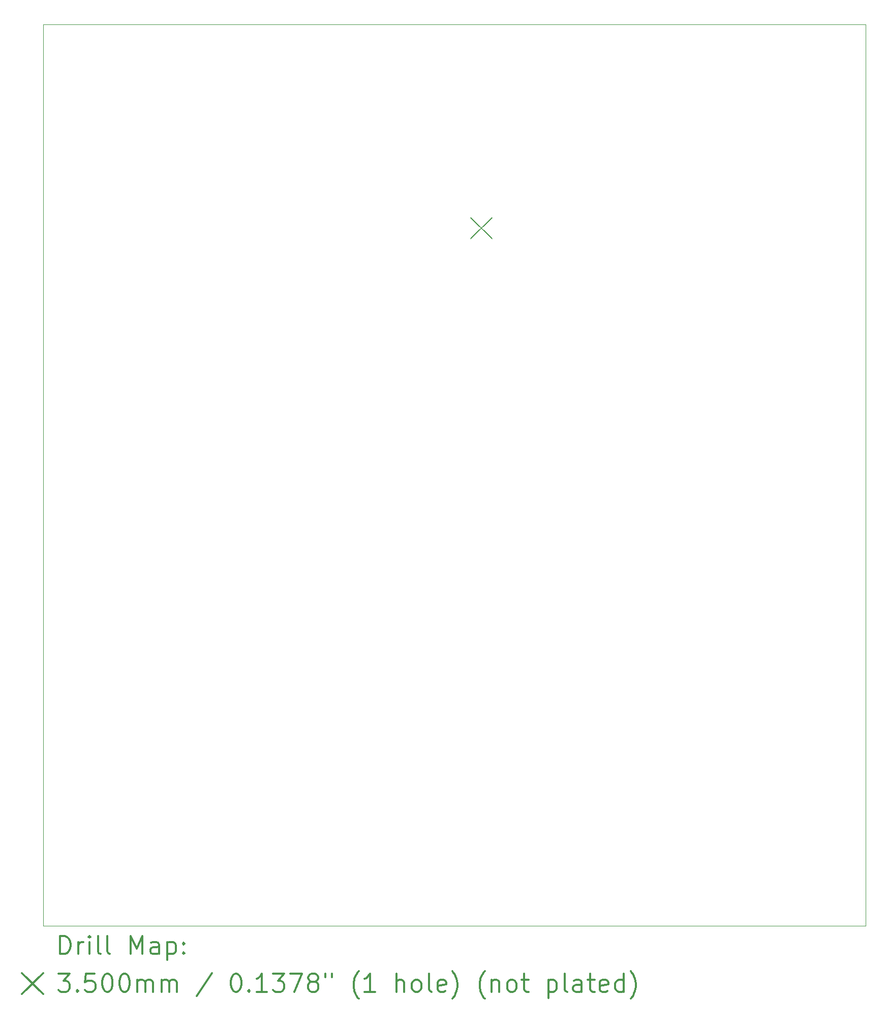
<source format=gbr>
%FSLAX45Y45*%
G04 Gerber Fmt 4.5, Leading zero omitted, Abs format (unit mm)*
G04 Created by KiCad (PCBNEW (5.1.10)-1) date 2022-01-22 23:21:01*
%MOMM*%
%LPD*%
G01*
G04 APERTURE LIST*
%TA.AperFunction,Profile*%
%ADD10C,0.050000*%
%TD*%
%ADD11C,0.200000*%
%ADD12C,0.300000*%
G04 APERTURE END LIST*
D10*
X16459200Y-3008600D02*
X16459200Y-18008600D01*
X2759200Y-3008600D02*
X16459200Y-3008600D01*
X2759200Y-18008600D02*
X2759200Y-3008600D01*
X16459200Y-18008600D02*
X2759200Y-18008600D01*
D11*
X9883400Y-6220600D02*
X10233400Y-6570600D01*
X10233400Y-6220600D02*
X9883400Y-6570600D01*
D12*
X3043128Y-18476814D02*
X3043128Y-18176814D01*
X3114557Y-18176814D01*
X3157414Y-18191100D01*
X3185986Y-18219672D01*
X3200271Y-18248243D01*
X3214557Y-18305386D01*
X3214557Y-18348243D01*
X3200271Y-18405386D01*
X3185986Y-18433957D01*
X3157414Y-18462529D01*
X3114557Y-18476814D01*
X3043128Y-18476814D01*
X3343128Y-18476814D02*
X3343128Y-18276814D01*
X3343128Y-18333957D02*
X3357414Y-18305386D01*
X3371700Y-18291100D01*
X3400271Y-18276814D01*
X3428843Y-18276814D01*
X3528843Y-18476814D02*
X3528843Y-18276814D01*
X3528843Y-18176814D02*
X3514557Y-18191100D01*
X3528843Y-18205386D01*
X3543128Y-18191100D01*
X3528843Y-18176814D01*
X3528843Y-18205386D01*
X3714557Y-18476814D02*
X3685986Y-18462529D01*
X3671700Y-18433957D01*
X3671700Y-18176814D01*
X3871700Y-18476814D02*
X3843128Y-18462529D01*
X3828843Y-18433957D01*
X3828843Y-18176814D01*
X4214557Y-18476814D02*
X4214557Y-18176814D01*
X4314557Y-18391100D01*
X4414557Y-18176814D01*
X4414557Y-18476814D01*
X4685986Y-18476814D02*
X4685986Y-18319672D01*
X4671700Y-18291100D01*
X4643128Y-18276814D01*
X4585986Y-18276814D01*
X4557414Y-18291100D01*
X4685986Y-18462529D02*
X4657414Y-18476814D01*
X4585986Y-18476814D01*
X4557414Y-18462529D01*
X4543128Y-18433957D01*
X4543128Y-18405386D01*
X4557414Y-18376814D01*
X4585986Y-18362529D01*
X4657414Y-18362529D01*
X4685986Y-18348243D01*
X4828843Y-18276814D02*
X4828843Y-18576814D01*
X4828843Y-18291100D02*
X4857414Y-18276814D01*
X4914557Y-18276814D01*
X4943128Y-18291100D01*
X4957414Y-18305386D01*
X4971700Y-18333957D01*
X4971700Y-18419672D01*
X4957414Y-18448243D01*
X4943128Y-18462529D01*
X4914557Y-18476814D01*
X4857414Y-18476814D01*
X4828843Y-18462529D01*
X5100271Y-18448243D02*
X5114557Y-18462529D01*
X5100271Y-18476814D01*
X5085986Y-18462529D01*
X5100271Y-18448243D01*
X5100271Y-18476814D01*
X5100271Y-18291100D02*
X5114557Y-18305386D01*
X5100271Y-18319672D01*
X5085986Y-18305386D01*
X5100271Y-18291100D01*
X5100271Y-18319672D01*
X2406700Y-18796100D02*
X2756700Y-19146100D01*
X2756700Y-18796100D02*
X2406700Y-19146100D01*
X3014557Y-18806814D02*
X3200271Y-18806814D01*
X3100271Y-18921100D01*
X3143128Y-18921100D01*
X3171700Y-18935386D01*
X3185986Y-18949672D01*
X3200271Y-18978243D01*
X3200271Y-19049672D01*
X3185986Y-19078243D01*
X3171700Y-19092529D01*
X3143128Y-19106814D01*
X3057414Y-19106814D01*
X3028843Y-19092529D01*
X3014557Y-19078243D01*
X3328843Y-19078243D02*
X3343128Y-19092529D01*
X3328843Y-19106814D01*
X3314557Y-19092529D01*
X3328843Y-19078243D01*
X3328843Y-19106814D01*
X3614557Y-18806814D02*
X3471700Y-18806814D01*
X3457414Y-18949672D01*
X3471700Y-18935386D01*
X3500271Y-18921100D01*
X3571700Y-18921100D01*
X3600271Y-18935386D01*
X3614557Y-18949672D01*
X3628843Y-18978243D01*
X3628843Y-19049672D01*
X3614557Y-19078243D01*
X3600271Y-19092529D01*
X3571700Y-19106814D01*
X3500271Y-19106814D01*
X3471700Y-19092529D01*
X3457414Y-19078243D01*
X3814557Y-18806814D02*
X3843128Y-18806814D01*
X3871700Y-18821100D01*
X3885986Y-18835386D01*
X3900271Y-18863957D01*
X3914557Y-18921100D01*
X3914557Y-18992529D01*
X3900271Y-19049672D01*
X3885986Y-19078243D01*
X3871700Y-19092529D01*
X3843128Y-19106814D01*
X3814557Y-19106814D01*
X3785986Y-19092529D01*
X3771700Y-19078243D01*
X3757414Y-19049672D01*
X3743128Y-18992529D01*
X3743128Y-18921100D01*
X3757414Y-18863957D01*
X3771700Y-18835386D01*
X3785986Y-18821100D01*
X3814557Y-18806814D01*
X4100271Y-18806814D02*
X4128843Y-18806814D01*
X4157414Y-18821100D01*
X4171700Y-18835386D01*
X4185986Y-18863957D01*
X4200271Y-18921100D01*
X4200271Y-18992529D01*
X4185986Y-19049672D01*
X4171700Y-19078243D01*
X4157414Y-19092529D01*
X4128843Y-19106814D01*
X4100271Y-19106814D01*
X4071700Y-19092529D01*
X4057414Y-19078243D01*
X4043128Y-19049672D01*
X4028843Y-18992529D01*
X4028843Y-18921100D01*
X4043128Y-18863957D01*
X4057414Y-18835386D01*
X4071700Y-18821100D01*
X4100271Y-18806814D01*
X4328843Y-19106814D02*
X4328843Y-18906814D01*
X4328843Y-18935386D02*
X4343128Y-18921100D01*
X4371700Y-18906814D01*
X4414557Y-18906814D01*
X4443128Y-18921100D01*
X4457414Y-18949672D01*
X4457414Y-19106814D01*
X4457414Y-18949672D02*
X4471700Y-18921100D01*
X4500271Y-18906814D01*
X4543128Y-18906814D01*
X4571700Y-18921100D01*
X4585986Y-18949672D01*
X4585986Y-19106814D01*
X4728843Y-19106814D02*
X4728843Y-18906814D01*
X4728843Y-18935386D02*
X4743128Y-18921100D01*
X4771700Y-18906814D01*
X4814557Y-18906814D01*
X4843128Y-18921100D01*
X4857414Y-18949672D01*
X4857414Y-19106814D01*
X4857414Y-18949672D02*
X4871700Y-18921100D01*
X4900271Y-18906814D01*
X4943128Y-18906814D01*
X4971700Y-18921100D01*
X4985986Y-18949672D01*
X4985986Y-19106814D01*
X5571700Y-18792529D02*
X5314557Y-19178243D01*
X5957414Y-18806814D02*
X5985986Y-18806814D01*
X6014557Y-18821100D01*
X6028843Y-18835386D01*
X6043128Y-18863957D01*
X6057414Y-18921100D01*
X6057414Y-18992529D01*
X6043128Y-19049672D01*
X6028843Y-19078243D01*
X6014557Y-19092529D01*
X5985986Y-19106814D01*
X5957414Y-19106814D01*
X5928843Y-19092529D01*
X5914557Y-19078243D01*
X5900271Y-19049672D01*
X5885986Y-18992529D01*
X5885986Y-18921100D01*
X5900271Y-18863957D01*
X5914557Y-18835386D01*
X5928843Y-18821100D01*
X5957414Y-18806814D01*
X6185986Y-19078243D02*
X6200271Y-19092529D01*
X6185986Y-19106814D01*
X6171700Y-19092529D01*
X6185986Y-19078243D01*
X6185986Y-19106814D01*
X6485986Y-19106814D02*
X6314557Y-19106814D01*
X6400271Y-19106814D02*
X6400271Y-18806814D01*
X6371700Y-18849672D01*
X6343128Y-18878243D01*
X6314557Y-18892529D01*
X6585986Y-18806814D02*
X6771700Y-18806814D01*
X6671700Y-18921100D01*
X6714557Y-18921100D01*
X6743128Y-18935386D01*
X6757414Y-18949672D01*
X6771700Y-18978243D01*
X6771700Y-19049672D01*
X6757414Y-19078243D01*
X6743128Y-19092529D01*
X6714557Y-19106814D01*
X6628843Y-19106814D01*
X6600271Y-19092529D01*
X6585986Y-19078243D01*
X6871700Y-18806814D02*
X7071700Y-18806814D01*
X6943128Y-19106814D01*
X7228843Y-18935386D02*
X7200271Y-18921100D01*
X7185986Y-18906814D01*
X7171700Y-18878243D01*
X7171700Y-18863957D01*
X7185986Y-18835386D01*
X7200271Y-18821100D01*
X7228843Y-18806814D01*
X7285986Y-18806814D01*
X7314557Y-18821100D01*
X7328843Y-18835386D01*
X7343128Y-18863957D01*
X7343128Y-18878243D01*
X7328843Y-18906814D01*
X7314557Y-18921100D01*
X7285986Y-18935386D01*
X7228843Y-18935386D01*
X7200271Y-18949672D01*
X7185986Y-18963957D01*
X7171700Y-18992529D01*
X7171700Y-19049672D01*
X7185986Y-19078243D01*
X7200271Y-19092529D01*
X7228843Y-19106814D01*
X7285986Y-19106814D01*
X7314557Y-19092529D01*
X7328843Y-19078243D01*
X7343128Y-19049672D01*
X7343128Y-18992529D01*
X7328843Y-18963957D01*
X7314557Y-18949672D01*
X7285986Y-18935386D01*
X7457414Y-18806814D02*
X7457414Y-18863957D01*
X7571700Y-18806814D02*
X7571700Y-18863957D01*
X8014557Y-19221100D02*
X8000271Y-19206814D01*
X7971700Y-19163957D01*
X7957414Y-19135386D01*
X7943128Y-19092529D01*
X7928843Y-19021100D01*
X7928843Y-18963957D01*
X7943128Y-18892529D01*
X7957414Y-18849672D01*
X7971700Y-18821100D01*
X8000271Y-18778243D01*
X8014557Y-18763957D01*
X8285986Y-19106814D02*
X8114557Y-19106814D01*
X8200271Y-19106814D02*
X8200271Y-18806814D01*
X8171700Y-18849672D01*
X8143128Y-18878243D01*
X8114557Y-18892529D01*
X8643128Y-19106814D02*
X8643128Y-18806814D01*
X8771700Y-19106814D02*
X8771700Y-18949672D01*
X8757414Y-18921100D01*
X8728843Y-18906814D01*
X8685986Y-18906814D01*
X8657414Y-18921100D01*
X8643128Y-18935386D01*
X8957414Y-19106814D02*
X8928843Y-19092529D01*
X8914557Y-19078243D01*
X8900271Y-19049672D01*
X8900271Y-18963957D01*
X8914557Y-18935386D01*
X8928843Y-18921100D01*
X8957414Y-18906814D01*
X9000271Y-18906814D01*
X9028843Y-18921100D01*
X9043128Y-18935386D01*
X9057414Y-18963957D01*
X9057414Y-19049672D01*
X9043128Y-19078243D01*
X9028843Y-19092529D01*
X9000271Y-19106814D01*
X8957414Y-19106814D01*
X9228843Y-19106814D02*
X9200271Y-19092529D01*
X9185986Y-19063957D01*
X9185986Y-18806814D01*
X9457414Y-19092529D02*
X9428843Y-19106814D01*
X9371700Y-19106814D01*
X9343128Y-19092529D01*
X9328843Y-19063957D01*
X9328843Y-18949672D01*
X9343128Y-18921100D01*
X9371700Y-18906814D01*
X9428843Y-18906814D01*
X9457414Y-18921100D01*
X9471700Y-18949672D01*
X9471700Y-18978243D01*
X9328843Y-19006814D01*
X9571700Y-19221100D02*
X9585986Y-19206814D01*
X9614557Y-19163957D01*
X9628843Y-19135386D01*
X9643128Y-19092529D01*
X9657414Y-19021100D01*
X9657414Y-18963957D01*
X9643128Y-18892529D01*
X9628843Y-18849672D01*
X9614557Y-18821100D01*
X9585986Y-18778243D01*
X9571700Y-18763957D01*
X10114557Y-19221100D02*
X10100271Y-19206814D01*
X10071700Y-19163957D01*
X10057414Y-19135386D01*
X10043128Y-19092529D01*
X10028843Y-19021100D01*
X10028843Y-18963957D01*
X10043128Y-18892529D01*
X10057414Y-18849672D01*
X10071700Y-18821100D01*
X10100271Y-18778243D01*
X10114557Y-18763957D01*
X10228843Y-18906814D02*
X10228843Y-19106814D01*
X10228843Y-18935386D02*
X10243128Y-18921100D01*
X10271700Y-18906814D01*
X10314557Y-18906814D01*
X10343128Y-18921100D01*
X10357414Y-18949672D01*
X10357414Y-19106814D01*
X10543128Y-19106814D02*
X10514557Y-19092529D01*
X10500271Y-19078243D01*
X10485986Y-19049672D01*
X10485986Y-18963957D01*
X10500271Y-18935386D01*
X10514557Y-18921100D01*
X10543128Y-18906814D01*
X10585986Y-18906814D01*
X10614557Y-18921100D01*
X10628843Y-18935386D01*
X10643128Y-18963957D01*
X10643128Y-19049672D01*
X10628843Y-19078243D01*
X10614557Y-19092529D01*
X10585986Y-19106814D01*
X10543128Y-19106814D01*
X10728843Y-18906814D02*
X10843128Y-18906814D01*
X10771700Y-18806814D02*
X10771700Y-19063957D01*
X10785986Y-19092529D01*
X10814557Y-19106814D01*
X10843128Y-19106814D01*
X11171700Y-18906814D02*
X11171700Y-19206814D01*
X11171700Y-18921100D02*
X11200271Y-18906814D01*
X11257414Y-18906814D01*
X11285986Y-18921100D01*
X11300271Y-18935386D01*
X11314557Y-18963957D01*
X11314557Y-19049672D01*
X11300271Y-19078243D01*
X11285986Y-19092529D01*
X11257414Y-19106814D01*
X11200271Y-19106814D01*
X11171700Y-19092529D01*
X11485986Y-19106814D02*
X11457414Y-19092529D01*
X11443128Y-19063957D01*
X11443128Y-18806814D01*
X11728843Y-19106814D02*
X11728843Y-18949672D01*
X11714557Y-18921100D01*
X11685986Y-18906814D01*
X11628843Y-18906814D01*
X11600271Y-18921100D01*
X11728843Y-19092529D02*
X11700271Y-19106814D01*
X11628843Y-19106814D01*
X11600271Y-19092529D01*
X11585986Y-19063957D01*
X11585986Y-19035386D01*
X11600271Y-19006814D01*
X11628843Y-18992529D01*
X11700271Y-18992529D01*
X11728843Y-18978243D01*
X11828843Y-18906814D02*
X11943128Y-18906814D01*
X11871700Y-18806814D02*
X11871700Y-19063957D01*
X11885986Y-19092529D01*
X11914557Y-19106814D01*
X11943128Y-19106814D01*
X12157414Y-19092529D02*
X12128843Y-19106814D01*
X12071700Y-19106814D01*
X12043128Y-19092529D01*
X12028843Y-19063957D01*
X12028843Y-18949672D01*
X12043128Y-18921100D01*
X12071700Y-18906814D01*
X12128843Y-18906814D01*
X12157414Y-18921100D01*
X12171700Y-18949672D01*
X12171700Y-18978243D01*
X12028843Y-19006814D01*
X12428843Y-19106814D02*
X12428843Y-18806814D01*
X12428843Y-19092529D02*
X12400271Y-19106814D01*
X12343128Y-19106814D01*
X12314557Y-19092529D01*
X12300271Y-19078243D01*
X12285986Y-19049672D01*
X12285986Y-18963957D01*
X12300271Y-18935386D01*
X12314557Y-18921100D01*
X12343128Y-18906814D01*
X12400271Y-18906814D01*
X12428843Y-18921100D01*
X12543128Y-19221100D02*
X12557414Y-19206814D01*
X12585986Y-19163957D01*
X12600271Y-19135386D01*
X12614557Y-19092529D01*
X12628843Y-19021100D01*
X12628843Y-18963957D01*
X12614557Y-18892529D01*
X12600271Y-18849672D01*
X12585986Y-18821100D01*
X12557414Y-18778243D01*
X12543128Y-18763957D01*
M02*

</source>
